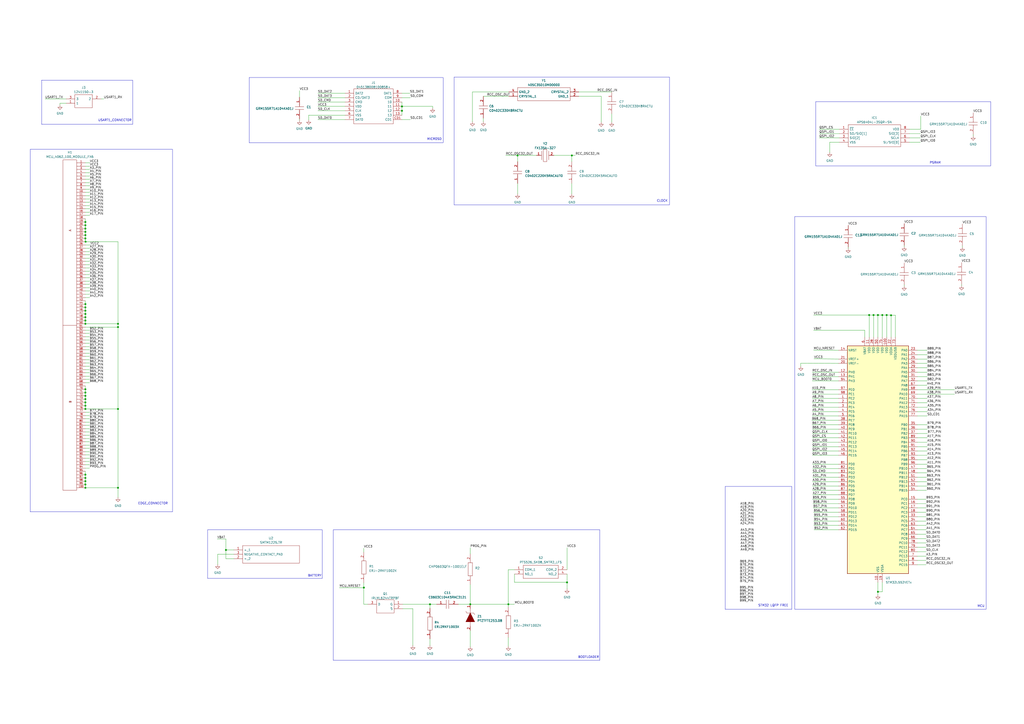
<source format=kicad_sch>
(kicad_sch (version 20230121) (generator eeschema)
  (paper "A2")
  (junction (at 331.724 90.17))
  (junction (at 233.172 64.262))
  (junction (at 511.81 182.753))
  (junction (at 49.53 134.493))
  (junction (at 49.53 128.778))
  (junction (at 249.428 350.52))
  (junction (at 516.89 182.88))
  (junction (at 68.453 282.956))
  (junction (at 49.53 184.023))
  (junction (at 300.228 90.17))
  (junction (at 211.074 340.868))
  (junction (at 49.53 176.403))
  (junction (at 49.53 178.308))
  (junction (at 509.27 182.753))
  (junction (at 49.53 185.928))
  (junction (at 514.35 182.753))
  (junction (at 49.53 281.051))
  (junction (at 131.064 319.024))
  (junction (at 49.53 227.711))
  (junction (at 49.53 279.146))
  (junction (at 49.53 187.833))
  (junction (at 49.53 182.118))
  (junction (at 68.453 237.236))
  (junction (at 506.73 182.753))
  (junction (at 49.53 237.236))
  (junction (at 328.93 337.82))
  (junction (at 294.894 350.52))
  (junction (at 49.53 231.521))
  (junction (at 49.53 277.241))
  (junction (at 49.53 235.331))
  (junction (at 504.19 182.753))
  (junction (at 49.53 275.336))
  (junction (at 49.53 132.588))
  (junction (at 49.53 180.213))
  (junction (at 272.796 350.52))
  (junction (at 49.53 229.616))
  (junction (at 49.53 136.398))
  (junction (at 49.657 140.208))
  (junction (at 49.53 130.683))
  (junction (at 509.27 343.281))
  (junction (at 68.453 187.833))
  (junction (at 68.453 189.738))
  (junction (at 49.53 282.956))
  (junction (at 49.53 138.303))
  (junction (at 49.53 233.426))
  (junction (at 233.172 61.722))
  (junction (at 49.53 225.806))
  (wire (pts (xy 49.53 187.833) (xy 68.453 187.833)))
  (wire (pts (xy 532.13 289.56) (xy 537.21 289.56)))
  (wire (pts (xy 49.53 199.136) (xy 51.943 199.136)))
  (wire (pts (xy 532.13 241.3) (xy 537.845 241.3)))
  (wire (pts (xy 49.53 258.191) (xy 51.943 258.191)))
  (wire (pts (xy 49.53 252.476) (xy 51.943 252.476)))
  (wire (pts (xy 294.894 369.824) (xy 294.894 374.904)))
  (wire (pts (xy 265.938 350.52) (xy 272.796 350.52)))
  (wire (pts (xy 49.53 164.973) (xy 52.07 164.973)))
  (wire (pts (xy 532.13 292.1) (xy 537.21 292.1)))
  (wire (pts (xy 49.53 178.308) (xy 49.53 180.213)))
  (wire (pts (xy 471.17 254) (xy 486.41 254)))
  (wire (pts (xy 68.453 237.236) (xy 68.453 282.956)))
  (wire (pts (xy 481.33 82.55) (xy 481.33 88.392)))
  (wire (pts (xy 49.53 206.756) (xy 51.943 206.756)))
  (wire (pts (xy 49.53 241.046) (xy 51.943 241.046)))
  (wire (pts (xy 532.13 304.8) (xy 537.337 304.8)))
  (wire (pts (xy 49.53 144.018) (xy 52.07 144.018)))
  (wire (pts (xy 532.13 302.26) (xy 537.21 302.26)))
  (wire (pts (xy 49.53 273.431) (xy 49.53 275.336)))
  (wire (pts (xy 49.53 260.096) (xy 51.943 260.096)))
  (wire (pts (xy 532.13 251.46) (xy 537.972 251.46)))
  (wire (pts (xy 49.53 163.068) (xy 52.07 163.068)))
  (wire (pts (xy 486.41 281.94) (xy 471.297 281.94)))
  (wire (pts (xy 211.074 350.52) (xy 213.36 350.52)))
  (wire (pts (xy 49.53 151.638) (xy 52.07 151.638)))
  (wire (pts (xy 253.238 350.52) (xy 249.428 350.52)))
  (wire (pts (xy 131.064 319.024) (xy 131.064 324.104)))
  (wire (pts (xy 49.53 105.918) (xy 52.07 105.918)))
  (wire (pts (xy 274.066 53.34) (xy 295.148 53.34)))
  (wire (pts (xy 49.53 149.733) (xy 52.07 149.733)))
  (wire (pts (xy 173.736 69.088) (xy 173.736 69.85)))
  (wire (pts (xy 532.13 294.64) (xy 537.21 294.64)))
  (wire (pts (xy 49.53 111.633) (xy 52.07 111.633)))
  (wire (pts (xy 532.13 281.94) (xy 537.591 281.94)))
  (wire (pts (xy 532.13 264.16) (xy 537.845 264.16)))
  (wire (pts (xy 506.73 182.753) (xy 509.27 182.753)))
  (wire (pts (xy 49.53 267.716) (xy 51.943 267.716)))
  (wire (pts (xy 179.07 66.802) (xy 179.07 69.596)))
  (wire (pts (xy 49.53 195.326) (xy 51.943 195.326)))
  (wire (pts (xy 49.53 197.231) (xy 51.943 197.231)))
  (wire (pts (xy 233.172 64.262) (xy 233.172 66.802)))
  (wire (pts (xy 532.13 223.52) (xy 537.718 223.52)))
  (wire (pts (xy 532.13 259.08) (xy 537.845 259.08)))
  (wire (pts (xy 514.35 182.753) (xy 511.81 182.753)))
  (wire (pts (xy 471.17 256.54) (xy 486.41 256.54)))
  (wire (pts (xy 471.17 259.08) (xy 486.41 259.08)))
  (wire (pts (xy 49.53 136.398) (xy 49.53 138.303)))
  (wire (pts (xy 524.51 142.367) (xy 524.51 143.129)))
  (wire (pts (xy 272.796 321.31) (xy 272.796 317.754)))
  (wire (pts (xy 532.13 218.44) (xy 537.845 218.44)))
  (wire (pts (xy 472.059 304.8) (xy 486.41 304.8)))
  (wire (pts (xy 49.53 233.426) (xy 49.53 235.331)))
  (wire (pts (xy 49.53 182.118) (xy 49.53 184.023)))
  (wire (pts (xy 52.07 96.393) (xy 49.53 96.393)))
  (wire (pts (xy 331.724 106.426) (xy 331.724 112.522)))
  (wire (pts (xy 49.53 218.186) (xy 51.943 218.186)))
  (wire (pts (xy 331.724 90.17) (xy 331.724 93.726)))
  (wire (pts (xy 49.53 132.588) (xy 49.53 134.493)))
  (wire (pts (xy 532.13 226.06) (xy 553.72 226.06)))
  (wire (pts (xy 527.558 80.01) (xy 533.908 80.01)))
  (wire (pts (xy 532.13 261.62) (xy 537.845 261.62)))
  (wire (pts (xy 532.13 309.88) (xy 537.21 309.88)))
  (wire (pts (xy 519.43 182.88) (xy 516.89 182.88)))
  (wire (pts (xy 471.17 215.9) (xy 486.41 215.9)))
  (wire (pts (xy 486.41 246.38) (xy 471.043 246.38)))
  (wire (pts (xy 49.53 227.711) (xy 49.53 229.616)))
  (wire (pts (xy 532.13 317.5) (xy 537.21 317.5)))
  (wire (pts (xy 335.788 53.34) (xy 354.838 53.34)))
  (wire (pts (xy 49.53 269.621) (xy 51.943 269.621)))
  (wire (pts (xy 532.13 284.48) (xy 537.464 284.48)))
  (wire (pts (xy 491.998 143.383) (xy 491.998 144.145)))
  (wire (pts (xy 49.53 174.498) (xy 49.53 176.403)))
  (wire (pts (xy 298.45 350.52) (xy 294.894 350.52)))
  (wire (pts (xy 200.152 59.182) (xy 184.404 59.182)))
  (wire (pts (xy 233.172 56.642) (xy 237.998 56.642)))
  (wire (pts (xy 293.37 90.17) (xy 300.228 90.17)))
  (wire (pts (xy 486.41 287.02) (xy 471.424 287.02)))
  (wire (pts (xy 348.742 55.88) (xy 335.788 55.88)))
  (wire (pts (xy 486.41 220.98) (xy 471.17 220.98)))
  (wire (pts (xy 486.41 289.56) (xy 471.297 289.56)))
  (wire (pts (xy 471.043 226.06) (xy 486.41 226.06)))
  (wire (pts (xy 532.13 208.28) (xy 537.845 208.28)))
  (wire (pts (xy 486.41 241.3) (xy 471.17 241.3)))
  (wire (pts (xy 486.41 271.78) (xy 471.424 271.78)))
  (wire (pts (xy 280.416 55.88) (xy 295.148 55.88)))
  (wire (pts (xy 504.19 182.753) (xy 506.73 182.753)))
  (wire (pts (xy 519.43 195.58) (xy 519.43 182.88)))
  (wire (pts (xy 49.53 168.783) (xy 52.197 168.783)))
  (wire (pts (xy 331.724 90.17) (xy 333.756 90.17)))
  (wire (pts (xy 49.53 155.448) (xy 52.07 155.448)))
  (wire (pts (xy 49.53 231.521) (xy 49.53 233.426)))
  (wire (pts (xy 532.13 213.36) (xy 537.845 213.36)))
  (wire (pts (xy 49.53 201.041) (xy 51.943 201.041)))
  (wire (pts (xy 532.13 274.32) (xy 537.591 274.32)))
  (wire (pts (xy 49.53 121.158) (xy 52.07 121.158)))
  (wire (pts (xy 49.53 208.661) (xy 51.943 208.661)))
  (wire (pts (xy 532.13 269.24) (xy 537.845 269.24)))
  (wire (pts (xy 516.89 195.58) (xy 516.89 182.88)))
  (wire (pts (xy 486.41 297.18) (xy 471.932 297.18)))
  (wire (pts (xy 294.894 350.52) (xy 294.894 352.044)))
  (wire (pts (xy 516.89 182.753) (xy 514.35 182.753)))
  (wire (pts (xy 135.636 324.104) (xy 131.064 324.104)))
  (wire (pts (xy 532.13 233.68) (xy 537.845 233.68)))
  (wire (pts (xy 49.53 191.516) (xy 51.943 191.516)))
  (wire (pts (xy 49.53 172.593) (xy 52.07 172.593)))
  (wire (pts (xy 49.53 229.616) (xy 49.53 231.521)))
  (wire (pts (xy 233.172 61.722) (xy 233.172 64.262)))
  (wire (pts (xy 249.428 350.52) (xy 249.428 352.806)))
  (wire (pts (xy 524.51 165.227) (xy 524.51 165.989)))
  (wire (pts (xy 233.172 54.102) (xy 237.744 54.102)))
  (wire (pts (xy 49.53 244.856) (xy 51.943 244.856)))
  (wire (pts (xy 321.31 90.17) (xy 331.724 90.17)))
  (wire (pts (xy 239.522 353.06) (xy 233.68 353.06)))
  (wire (pts (xy 68.453 140.208) (xy 68.453 187.833)))
  (wire (pts (xy 328.93 317.754) (xy 328.93 330.454)))
  (wire (pts (xy 196.85 340.868) (xy 211.074 340.868)))
  (wire (pts (xy 471.932 191.643) (xy 501.65 191.643)))
  (wire (pts (xy 49.53 263.906) (xy 51.943 263.906)))
  (wire (pts (xy 532.13 246.38) (xy 537.845 246.38)))
  (wire (pts (xy 49.53 202.946) (xy 51.943 202.946)))
  (wire (pts (xy 211.074 350.52) (xy 211.074 340.868)))
  (wire (pts (xy 464.566 210.693) (xy 464.566 212.471)))
  (wire (pts (xy 486.41 279.4) (xy 471.297 279.4)))
  (wire (pts (xy 49.53 153.543) (xy 52.07 153.543)))
  (wire (pts (xy 509.27 195.58) (xy 509.27 182.753)))
  (wire (pts (xy 328.93 332.994) (xy 328.93 337.82)))
  (wire (pts (xy 49.53 193.421) (xy 51.943 193.421)))
  (wire (pts (xy 131.064 312.674) (xy 131.064 319.024)))
  (wire (pts (xy 471.17 261.62) (xy 486.41 261.62)))
  (wire (pts (xy 532.13 248.92) (xy 537.845 248.92)))
  (wire (pts (xy 272.796 365.76) (xy 272.796 375.158)))
  (wire (pts (xy 471.297 274.32) (xy 486.41 274.32)))
  (wire (pts (xy 532.13 325.12) (xy 537.21 325.12)))
  (wire (pts (xy 49.53 157.353) (xy 52.07 157.353)))
  (wire (pts (xy 509.27 182.753) (xy 511.81 182.753)))
  (wire (pts (xy 354.838 66.04) (xy 354.838 70.866)))
  (wire (pts (xy 471.678 294.64) (xy 486.41 294.64)))
  (wire (pts (xy 532.13 327.66) (xy 537.21 327.66)))
  (wire (pts (xy 49.53 277.241) (xy 49.53 279.146)))
  (wire (pts (xy 200.152 66.802) (xy 179.07 66.802)))
  (wire (pts (xy 532.13 256.54) (xy 537.845 256.54)))
  (wire (pts (xy 233.172 69.342) (xy 237.998 69.342)))
  (wire (pts (xy 504.19 182.753) (xy 471.932 182.753)))
  (wire (pts (xy 49.53 237.236) (xy 49.53 237.363)))
  (wire (pts (xy 486.918 82.55) (xy 481.33 82.55)))
  (wire (pts (xy 298.45 330.454) (xy 294.894 330.454)))
  (wire (pts (xy 532.13 231.14) (xy 537.845 231.14)))
  (wire (pts (xy 486.918 77.47) (xy 475.234 77.47)))
  (wire (pts (xy 49.53 142.113) (xy 52.324 142.113)))
  (wire (pts (xy 471.424 276.86) (xy 486.41 276.86)))
  (wire (pts (xy 294.894 330.454) (xy 294.894 350.52)))
  (wire (pts (xy 272.796 350.52) (xy 294.894 350.52)))
  (wire (pts (xy 49.53 235.331) (xy 49.53 237.236)))
  (wire (pts (xy 184.404 61.722) (xy 200.152 61.722)))
  (wire (pts (xy 486.918 80.01) (xy 475.234 80.01)))
  (wire (pts (xy 49.53 246.761) (xy 51.943 246.761)))
  (wire (pts (xy 49.53 130.683) (xy 49.53 132.588)))
  (wire (pts (xy 49.53 275.336) (xy 49.53 277.241)))
  (wire (pts (xy 532.13 297.18) (xy 537.21 297.18)))
  (wire (pts (xy 200.152 56.642) (xy 184.404 56.642)))
  (wire (pts (xy 532.13 299.72) (xy 537.21 299.72)))
  (wire (pts (xy 49.53 279.146) (xy 49.53 281.051)))
  (wire (pts (xy 211.074 340.868) (xy 211.074 338.074)))
  (wire (pts (xy 527.558 82.55) (xy 533.908 82.55)))
  (wire (pts (xy 211.074 320.294) (xy 211.074 318.008)))
  (wire (pts (xy 471.17 236.22) (xy 486.41 236.22)))
  (wire (pts (xy 49.53 126.873) (xy 49.53 128.778)))
  (wire (pts (xy 49.53 184.023) (xy 49.53 185.928)))
  (wire (pts (xy 486.41 208.28) (xy 472.186 208.153)))
  (wire (pts (xy 532.13 205.74) (xy 537.845 205.74)))
  (wire (pts (xy 532.13 220.98) (xy 537.845 220.98)))
  (wire (pts (xy 34.798 59.944) (xy 34.798 60.96)))
  (wire (pts (xy 49.53 254.381) (xy 51.943 254.381)))
  (wire (pts (xy 49.53 109.728) (xy 52.07 109.728)))
  (wire (pts (xy 557.784 164.973) (xy 557.784 165.735)))
  (wire (pts (xy 200.152 54.102) (xy 184.404 54.102)))
  (wire (pts (xy 348.742 70.866) (xy 348.742 55.88)))
  (wire (pts (xy 68.453 288.544) (xy 68.453 282.956)))
  (wire (pts (xy 49.53 242.951) (xy 51.943 242.951)))
  (wire (pts (xy 501.65 191.643) (xy 501.65 195.58)))
  (wire (pts (xy 511.81 337.82) (xy 511.81 343.281)))
  (wire (pts (xy 532.13 254) (xy 537.845 254)))
  (wire (pts (xy 49.53 128.778) (xy 49.53 130.683)))
  (wire (pts (xy 471.17 238.76) (xy 486.41 238.76)))
  (wire (pts (xy 49.53 113.538) (xy 52.07 113.538)))
  (wire (pts (xy 486.41 292.1) (xy 471.551 292.1)))
  (wire (pts (xy 49.53 115.443) (xy 52.07 115.443)))
  (wire (pts (xy 250.952 62.738) (xy 250.952 61.722)))
  (wire (pts (xy 135.636 321.564) (xy 126.238 321.564)))
  (wire (pts (xy 49.53 117.348) (xy 52.07 117.348)))
  (wire (pts (xy 49.53 250.571) (xy 51.943 250.571)))
  (wire (pts (xy 49.403 237.363) (xy 49.53 237.363)))
  (wire (pts (xy 233.172 59.182) (xy 233.172 61.722)))
  (wire (pts (xy 49.53 159.258) (xy 52.07 159.258)))
  (wire (pts (xy 249.428 370.586) (xy 249.428 374.396)))
  (wire (pts (xy 532.13 236.22) (xy 537.972 236.22)))
  (wire (pts (xy 280.416 68.58) (xy 280.416 70.612)))
  (wire (pts (xy 68.453 189.738) (xy 68.453 237.236)))
  (wire (pts (xy 472.059 302.26) (xy 486.41 302.26)))
  (wire (pts (xy 486.41 218.44) (xy 471.17 218.44)))
  (wire (pts (xy 49.53 100.203) (xy 52.07 100.203)))
  (wire (pts (xy 49.53 282.956) (xy 68.453 282.956)))
  (wire (pts (xy 532.13 312.42) (xy 537.21 312.42)))
  (wire (pts (xy 49.53 265.811) (xy 51.943 265.811)))
  (wire (pts (xy 471.932 203.073) (xy 486.41 203.2)))
  (wire (pts (xy 58.674 57.404) (xy 60.198 57.404)))
  (wire (pts (xy 328.93 337.82) (xy 298.45 337.82)))
  (wire (pts (xy 300.228 106.426) (xy 300.228 112.522)))
  (wire (pts (xy 173.736 52.578) (xy 173.736 56.388)))
  (wire (pts (xy 49.53 140.208) (xy 49.657 140.208)))
  (wire (pts (xy 49.53 107.823) (xy 52.07 107.823)))
  (wire (pts (xy 49.53 189.738) (xy 68.453 189.738)))
  (wire (pts (xy 49.53 281.051) (xy 49.53 282.956)))
  (wire (pts (xy 511.81 195.58) (xy 511.81 182.753)))
  (wire (pts (xy 300.228 90.17) (xy 300.228 93.726)))
  (wire (pts (xy 471.17 251.46) (xy 486.41 251.46)))
  (wire (pts (xy 52.07 119.253) (xy 49.53 119.253)))
  (wire (pts (xy 509.27 337.82) (xy 509.27 343.281)))
  (wire (pts (xy 486.41 284.48) (xy 471.297 284.48)))
  (wire (pts (xy 49.53 138.303) (xy 49.53 140.081)))
  (wire (pts (xy 49.657 140.081) (xy 49.657 140.208)))
  (wire (pts (xy 49.53 256.286) (xy 51.943 256.286)))
  (wire (pts (xy 49.53 225.806) (xy 49.53 227.711)))
  (wire (pts (xy 532.13 307.34) (xy 537.337 307.34)))
  (wire (pts (xy 49.53 166.878) (xy 52.07 166.878)))
  (wire (pts (xy 509.27 343.281) (xy 509.27 345.059)))
  (wire (pts (xy 49.53 262.001) (xy 51.943 262.001)))
  (wire (pts (xy 486.41 248.92) (xy 471.17 248.92)))
  (wire (pts (xy 470.916 243.84) (xy 486.41 243.84)))
  (wire (pts (xy 471.17 231.14) (xy 486.41 231.14)))
  (wire (pts (xy 49.53 102.108) (xy 52.07 102.108)))
  (wire (pts (xy 471.17 233.68) (xy 486.41 233.68)))
  (wire (pts (xy 49.53 134.493) (xy 49.53 136.398)))
  (wire (pts (xy 233.68 350.52) (xy 249.428 350.52)))
  (wire (pts (xy 274.066 70.612) (xy 274.066 53.34)))
  (wire (pts (xy 532.13 322.58) (xy 537.21 322.58)))
  (wire (pts (xy 239.522 374.396) (xy 239.522 353.06)))
  (wire (pts (xy 486.41 210.82) (xy 464.566 210.693)))
  (wire (pts (xy 532.13 228.6) (xy 553.72 228.6)))
  (wire (pts (xy 532.13 276.86) (xy 537.464 276.86)))
  (wire (pts (xy 471.17 264.16) (xy 486.41 264.16)))
  (wire (pts (xy 558.292 142.621) (xy 558.292 143.383)))
  (wire (pts (xy 49.53 271.526) (xy 51.943 271.526)))
  (wire (pts (xy 26.162 57.404) (xy 38.354 57.404)))
  (wire (pts (xy 300.228 90.17) (xy 311.15 90.17)))
  (wire (pts (xy 49.53 214.376) (xy 51.943 214.376)))
  (wire (pts (xy 506.73 195.58) (xy 506.73 182.753)))
  (wire (pts (xy 49.53 185.928) (xy 49.53 187.833)))
  (wire (pts (xy 68.453 187.833) (xy 68.453 189.738)))
  (wire (pts (xy 126.238 321.564) (xy 126.238 327.406)))
  (wire (pts (xy 135.636 319.024) (xy 131.064 319.024)))
  (wire (pts (xy 514.35 195.58) (xy 514.35 182.753)))
  (wire (pts (xy 532.13 266.7) (xy 537.845 266.7)))
  (wire (pts (xy 49.53 216.281) (xy 51.943 216.281)))
  (wire (pts (xy 49.53 204.851) (xy 51.943 204.851)))
  (wire (pts (xy 534.162 67.31) (xy 534.162 74.93)))
  (wire (pts (xy 49.53 210.566) (xy 51.943 210.566)))
  (wire (pts (xy 471.17 228.6) (xy 486.41 228.6)))
  (wire (pts (xy 486.41 269.24) (xy 471.297 269.24)))
  (wire (pts (xy 49.53 104.013) (xy 52.07 104.013)))
  (wire (pts (xy 184.404 69.342) (xy 200.152 69.342)))
  (wire (pts (xy 49.53 176.403) (xy 49.53 178.308)))
  (wire (pts (xy 49.53 221.996) (xy 51.943 221.996)))
  (wire (pts (xy 49.53 223.901) (xy 49.53 225.806)))
  (wire (pts (xy 534.162 74.93) (xy 527.558 74.93)))
  (wire (pts (xy 184.404 64.262) (xy 200.152 64.262)))
  (wire (pts (xy 49.53 94.488) (xy 52.07 94.488)))
  (wire (pts (xy 49.657 140.208) (xy 68.453 140.208)))
  (wire (pts (xy 250.952 61.722) (xy 233.172 61.722)))
  (wire (pts (xy 49.53 220.091) (xy 51.943 220.091)))
  (wire (pts (xy 49.53 212.471) (xy 51.943 212.471)))
  (wire (pts (xy 38.354 59.944) (xy 34.798 59.944)))
  (wire (pts (xy 49.53 248.666) (xy 51.943 248.666)))
  (wire (pts (xy 49.53 124.968) (xy 52.07 124.968)))
  (wire (pts (xy 532.13 215.9) (xy 537.845 215.9)))
  (wire (pts (xy 49.53 147.828) (xy 52.07 147.828)))
  (wire (pts (xy 527.558 77.47) (xy 533.908 77.47)))
  (wire (pts (xy 532.13 203.2) (xy 537.845 203.2)))
  (wire (pts (xy 564.515 78.105) (xy 564.515 78.867)))
  (wire (pts (xy 486.41 299.72) (xy 472.059 299.72)))
  (wire (pts (xy 49.53 237.236) (xy 68.453 237.236)))
  (wire (pts (xy 298.45 337.82) (xy 298.45 332.994)))
  (wire (pts (xy 49.53 140.081) (xy 49.657 140.081)))
  (wire (pts (xy 52.07 98.298) (xy 49.53 98.298)))
  (wire (pts (xy 532.13 279.4) (xy 537.591 279.4)))
  (wire (pts (xy 272.796 339.09) (xy 272.796 350.52)))
  (wire (pts (xy 532.13 210.82) (xy 537.845 210.82)))
  (wire (pts (xy 49.53 170.688) (xy 52.07 170.688)))
  (wire (pts (xy 532.13 314.96) (xy 537.21 314.96)))
  (wire (pts (xy 49.53 180.213) (xy 49.53 182.118)))
  (wire (pts (xy 49.53 239.141) (xy 51.943 239.141)))
  (wire (pts (xy 532.13 238.76) (xy 537.972 238.76)))
  (wire (pts (xy 486.918 74.93) (xy 475.234 74.93)))
  (wire (pts (xy 49.53 161.163) (xy 52.07 161.163)))
  (wire (pts (xy 49.53 145.923) (xy 52.07 145.923)))
  (wire (pts (xy 532.13 271.78) (xy 537.591 271.78)))
  (wire (pts (xy 516.89 182.88) (xy 516.89 182.753)))
  (wire (pts (xy 125.984 312.674) (xy 131.064 312.674)))
  (wire (pts (xy 532.13 320.04) (xy 537.21 320.04)))
  (wire (pts (xy 486.41 307.34) (xy 472.186 307.34)))
  (wire (pts (xy 328.93 337.82) (xy 328.93 341.63)))
  (wire (pts (xy 511.81 343.281) (xy 509.27 343.281)))
  (wire (pts (xy 52.07 123.063) (xy 49.53 123.063)))
  (wire (pts (xy 504.19 195.58) (xy 504.19 182.753)))
  (rectangle (start 263.398 44.704) (end 388.366 118.872))
  (rectangle (start 461.01 125.603) (end 572.008 353.441))
  (rectangle (start 420.624 282.194) (end 459.359 353.441))
  (rectangle (start 17.526 86.614) (end 100.076 296.926))
  (rectangle (start 120.396 307.34) (end 186.944 335.534))
  (rectangle (start 193.294 307.34) (end 347.98 383.032))
  (rectangle (start 473.202 58.928) (end 574.675 96.266))
  (rectangle (start 24.13 46.482) (end 76.962 72.136))
  (rectangle (start 144.526 44.958) (end 257.048 82.804))
  (text "EDGE_CONNECTOR" (at 80.137 292.862 0) (effects (font (size 1.27 1.27)) (justify left bottom)))
  (text "USART1_CONNECTOR" (at 56.896 70.612 0) (effects (font (size 1.27 1.27)) (justify left bottom)))
  (text "BOOTLOADER" (at 335.28 382.016 0) (effects (font (size 1.27 1.27)) (justify left bottom)))
  (text "CLOCK\n" (at 381 117.348 0) (effects (font (size 1.27 1.27)) (justify left bottom)))
  (text "STM32 LQFP FREE" (at 439.801 352.044 0) (effects (font (size 1.27 1.27)) (justify left bottom)))
  (text "MCU" (at 566.928 352.425 0) (effects (font (size 1.27 1.27)) (justify left bottom)))
  (text "BATTERY" (at 178.562 334.772 0) (effects (font (size 1.27 1.27)) (justify left bottom)))
  (text "MICROSD" (at 247.65 81.534 0) (effects (font (size 1.27 1.27)) (justify left bottom)))
  (text "PSRAM" (at 539.242 95.25 0) (effects (font (size 1.27 1.27)) (justify left bottom)))
  (label "A31_PIN" (at 52.07 151.638 0))
  (label "A40_PIN" (at 537.718 223.52 0))
  (label "A23_PIN" (at 429.387 302.641 0))
  (label "USART1_TX" (at 553.72 226.06 0))
  (label "QSPI_IO0" (at 471.17 256.54 0))
  (label "A39_PIN" (at 537.845 226.06 0))
  (label "A5_PIN" (at 471.17 238.76 0))
  (label "SD_COM" (at 237.998 56.642 0))
  (label "VCC3" (at 52.07 96.393 0))
  (label "A7_PIN" (at 471.17 233.68 0))
  (label "B60_PIN" (at 51.943 206.756 0))
  (label "B63_PIN" (at 537.464 276.86 0))
  (label "B60_PIN" (at 537.464 284.48 0))
  (label "VBAT" (at 471.932 191.643 0))
  (label "VCC3" (at 491.998 130.683 0))
  (label "B81_PIN" (at 537.21 299.72 0))
  (label "QSPI_CS" (at 475.234 74.93 0))
  (label "A5_PIN" (at 52.07 102.108 0))
  (label "VCC3" (at 52.07 94.488 0))
  (label "SD_CD1" (at 537.845 241.3 0))
  (label "B59_PIN" (at 471.297 289.56 0))
  (label "VCC3" (at 173.736 52.578 0))
  (label "B82_PIN" (at 537.845 220.98 0))
  (label "B82_PIN" (at 51.943 248.666 0))
  (label "B67_PIN" (at 471.043 246.38 0))
  (label "VCC3" (at 558.292 129.921 0))
  (label "A10_PIN" (at 471.043 226.06 0))
  (label "A29_PIN" (at 471.297 281.94 0))
  (label "QSPI_IO3" (at 533.908 77.47 0))
  (label "A18_PIN" (at 429.387 293.116 0))
  (label "A41_PIN" (at 537.337 307.34 0))
  (label "A12_PIN" (at 537.845 266.7 0))
  (label "B68_PIN" (at 470.916 243.84 0))
  (label "PROG_PIN" (at 272.796 317.754 0))
  (label "B74_PIN" (at 429.133 336.169 0))
  (label "B86_PIN" (at 51.943 256.286 0))
  (label "B61_PIN" (at 537.591 281.94 0))
  (label "B97_PIN" (at 429.006 345.567 0))
  (label "A46_PIN" (at 429.514 314.071 0))
  (label "VCC2" (at 52.324 142.113 0))
  (label "A10_PIN" (at 52.07 111.633 0))
  (label "B77_PIN" (at 51.943 239.141 0))
  (label "B55_PIN" (at 51.943 197.231 0))
  (label "MCU_NRESET" (at 471.932 203.073 0))
  (label "VCC3" (at 557.784 152.273 0))
  (label "SD_DAT1" (at 237.744 54.102 0))
  (label "B53_PIN" (at 472.059 304.8 0))
  (label "B89_PIN" (at 537.845 203.2 0))
  (label "A30_PIN" (at 471.297 279.4 0))
  (label "QSPI_IO3" (at 471.17 264.16 0))
  (label "B96_PIN" (at 429.006 343.662 0))
  (label "A12_PIN" (at 52.07 115.443 0))
  (label "A34_PIN" (at 52.07 157.353 0))
  (label "A8_PIN" (at 471.17 231.14 0))
  (label "B87_PIN" (at 51.943 258.191 0))
  (label "A32_PIN" (at 471.424 271.78 0))
  (label "A30_PIN" (at 52.07 149.733 0))
  (label "A27_PIN" (at 471.424 287.02 0))
  (label "B63_PIN" (at 51.943 212.471 0))
  (label "B71_PIN" (at 429.133 330.454 0))
  (label "A49_PIN" (at 429.514 319.786 0))
  (label "B91_PIN" (at 51.943 265.811 0))
  (label "RCC_OSC32_OUT" (at 537.21 327.66 0))
  (label "B72_PIN" (at 429.133 332.359 0))
  (label "QSPI_IO2" (at 471.17 261.62 0))
  (label "PROG_PIN" (at 51.943 271.526 0))
  (label "B64_PIN" (at 537.591 274.32 0))
  (label "VCC3" (at 211.074 318.008 0))
  (label "A33_PIN" (at 471.297 269.24 0))
  (label "B77_PIN" (at 537.972 251.46 0))
  (label "A4_PIN" (at 471.17 241.3 0))
  (label "A11_PIN" (at 52.07 113.538 0))
  (label "A4_PIN" (at 52.07 100.203 0))
  (label "A14_PIN" (at 52.07 119.253 0))
  (label "A45_PIN" (at 429.514 312.166 0))
  (label "SD_DAT3" (at 184.404 56.642 0))
  (label "SD_DAT2" (at 184.404 54.102 0))
  (label "A42_PIN" (at 52.07 172.593 0))
  (label "A21_PIN" (at 429.387 298.831 0))
  (label "A7_PIN" (at 52.07 105.918 0))
  (label "A20_PIN" (at 429.387 296.926 0))
  (label "B56_PIN" (at 51.943 199.136 0))
  (label "QSPI_CS" (at 471.17 254 0))
  (label "B92_PIN" (at 51.943 267.716 0))
  (label "A14_PIN" (at 537.845 261.62 0))
  (label "QSPI_IO0" (at 533.908 82.55 0))
  (label "VCC3" (at 534.162 67.31 0))
  (label "B88_PIN" (at 537.845 205.74 0))
  (label "A35_PIN" (at 52.07 159.258 0))
  (label "A29_PIN" (at 52.07 147.828 0))
  (label "B57_PIN" (at 471.678 294.64 0))
  (label "B65_PIN" (at 51.943 216.281 0))
  (label "B58_PIN" (at 471.551 292.1 0))
  (label "B85_PIN" (at 537.845 213.36 0))
  (label "A13_PIN" (at 537.845 264.16 0))
  (label "B93_PIN" (at 537.21 289.56 0))
  (label "A35_PIN" (at 537.972 236.22 0))
  (label "B64_PIN" (at 51.943 214.376 0))
  (label "A48_PIN" (at 429.514 317.881 0))
  (label "B98_PIN" (at 429.006 347.472 0))
  (label "A33_PIN" (at 52.07 155.448 0))
  (label "B83_PIN" (at 51.943 250.571 0))
  (label "B92_PIN" (at 537.21 292.1 0))
  (label "B66_PIN" (at 51.943 218.186 0))
  (label "A22_PIN" (at 429.387 300.736 0))
  (label "SD_CD1" (at 237.998 69.342 0))
  (label "B56_PIN" (at 471.932 297.18 0))
  (label "B62_PIN" (at 537.591 279.4 0))
  (label "A6_PIN" (at 52.07 104.013 0))
  (label "B83_PIN" (at 537.845 218.44 0))
  (label "RCC_OSC32_IN" (at 537.21 325.12 0))
  (label "A36_PIN" (at 537.845 233.68 0))
  (label "B78_PIN" (at 51.943 241.046 0))
  (label "B59_PIN" (at 51.943 204.851 0))
  (label "B87_PIN" (at 537.845 208.28 0))
  (label "B54_PIN" (at 472.059 302.26 0))
  (label "B55_PIN" (at 472.059 299.72 0))
  (label "B75_PIN" (at 429.133 338.074 0))
  (label "B80_PIN" (at 51.943 244.856 0))
  (label "SD_DAT1" (at 537.21 312.42 0))
  (label "SD_DAT0" (at 537.21 309.88 0))
  (label "B84_PIN" (at 51.943 252.476 0))
  (label "B61_PIN" (at 51.943 208.661 0))
  (label "SD_DAT3" (at 537.21 317.5 0))
  (label "A34_PIN" (at 537.972 238.76 0))
  (label "RCC_OSC_OUT" (at 282.448 55.88 0))
  (label "A38_PIN" (at 52.07 164.973 0))
  (label "SD_CMD" (at 471.297 274.32 0))
  (label "A42_PIN" (at 537.337 304.8 0))
  (label "A17_PIN" (at 52.07 124.968 0))
  (label "A9_PIN" (at 52.07 109.728 0))
  (label "A16_PIN" (at 52.07 123.063 0))
  (label "QSPI_IO2" (at 475.234 80.01 0))
  (label "B58_PIN" (at 51.943 202.946 0))
  (label "RCC_OSC32_IN" (at 333.756 90.17 0))
  (label "A38_PIN" (at 537.845 228.6 0))
  (label "RCC_OSC_IN" (at 346.456 53.34 0))
  (label "B90_PIN" (at 537.21 297.18 0))
  (label "B69_PIN" (at 429.133 326.644 0))
  (label "A16_PIN" (at 537.845 256.54 0))
  (label "B79_PIN" (at 537.845 246.38 0))
  (label "A17_PIN" (at 537.845 254 0))
  (label "SD_CMD" (at 184.404 59.182 0))
  (label "A39_PIN" (at 52.07 166.878 0))
  (label "QSPI_IO1" (at 475.234 77.47 0))
  (label "A32_PIN" (at 52.07 153.543 0))
  (label "MCU_NRESET" (at 196.85 340.868 0))
  (label "A41_PIN" (at 52.07 170.688 0))
  (label "B66_PIN" (at 471.17 248.92 0))
  (label "B78_PIN" (at 537.845 248.92 0))
  (label "B62_PIN" (at 51.943 210.566 0))
  (label "A31_PIN" (at 471.424 276.86 0))
  (label "A37_PIN" (at 537.845 231.14 0))
  (label "B65_PIN" (at 537.591 271.78 0))
  (label "B67_PIN" (at 51.943 220.091 0))
  (label "A9_PIN" (at 471.17 228.6 0))
  (label "B95_PIN" (at 429.006 341.757 0))
  (label "A15_PIN" (at 537.845 259.08 0))
  (label "MCU_BOOT0" (at 298.45 350.52 0))
  (label "VCC3" (at 184.404 61.722 0))
  (label "B79_PIN" (at 51.943 242.951 0))
  (label "A19_PIN" (at 429.387 295.021 0))
  (label "SD_DAT0" (at 184.404 69.342 0))
  (label "A24_PIN" (at 429.387 304.546 0))
  (label "A8_PIN" (at 52.07 107.823 0))
  (label "A37_PIN" (at 52.07 163.068 0))
  (label "A13_PIN" (at 52.07 117.348 0))
  (label "B68_PIN" (at 51.943 221.996 0))
  (label "USART1_TX" (at 26.162 57.404 0))
  (label "B90_PIN" (at 51.943 263.906 0))
  (label "MCU_BOOT0" (at 471.17 220.98 0))
  (label "A11_PIN" (at 537.845 269.24 0))
  (label "SD_DAT2" (at 537.21 314.96 0))
  (label "A40_PIN" (at 52.07 168.783 0))
  (label "B88_PIN" (at 51.943 260.096 0))
  (label "B80_PIN" (at 537.21 302.26 0))
  (label "A6_PIN" (at 471.17 236.22 0))
  (label "B57_PIN" (at 51.943 201.041 0))
  (label "USART1_RX" (at 60.198 57.404 0))
  (label "VCC3" (at 524.51 152.527 0))
  (label "B52_PIN" (at 472.186 307.34 0))
  (label "RCC_OSC_OUT" (at 471.17 218.44 0))
  (label "QSPI_IO1" (at 471.17 259.08 0))
  (label "B73_PIN" (at 429.133 334.264 0))
  (label "SD_CLK" (at 184.404 64.262 0))
  (label "B85_PIN" (at 51.943 254.381 0))
  (label "VCC3" (at 471.932 182.753 0))
  (label "B91_PIN" (at 537.21 294.64 0))
  (label "VCC3" (at 564.515 65.405 0))
  (label "A3_PIN" (at 537.21 322.58 0))
  (label "A47_PIN" (at 429.514 315.976 0))
  (label "B89_PIN" (at 51.943 262.001 0))
  (label "A36_PIN" (at 52.07 161.163 0))
  (label "B53_PIN" (at 51.943 193.421 0))
  (label "A43_PIN" (at 429.514 308.356 0))
  (label "B81_PIN" (at 51.943 246.761 0))
  (label "SD_CLK" (at 537.21 320.04 0))
  (label "B99_PIN" (at 429.006 349.377 0))
  (label "B86_PIN" (at 537.845 210.82 0))
  (label "B70_PIN" (at 429.133 328.549 0))
  (label "USART1_RX" (at 553.72 228.6 0))
  (label "VCC3" (at 472.186 208.153 0))
  (label "A27_PIN" (at 52.07 144.018 0))
  (label "RCC_OSC32_OUT" (at 293.37 90.17 0))
  (label "B52_PIN" (at 51.943 191.516 0))
  (label "A28_PIN" (at 52.07 145.923 0))
  (label "A44_PIN" (at 429.514 310.261 0))
  (label "A3_PIN" (at 52.07 98.298 0))
  (label "A28_PIN" (at 471.297 284.48 0))
  (label "VBAT" (at 125.984 312.674 0))
  (label "B54_PIN" (at 51.943 195.326 0))
  (label "QSPI_CLK" (at 471.17 251.46 0))
  (label "RCC_OSC_IN" (at 471.17 215.9 0))
  (label "VCC3" (at 328.93 317.754 0))
  (label "VCC3" (at 524.51 129.667 0))
  (label "A15_PIN" (at 52.07 121.158 0))
  (label "QSPI_CLK" (at 533.908 80.01 0))
  (label "B84_PIN" (at 537.845 215.9 0))
  (label "B93_PIN" (at 51.943 269.621 0))
  (symbol (lib_id "power:GND") (at 557.784 165.735 0) (unit 1)
    (property "Reference" "#PWR09" (effects hide))
    (property "Value" "GND" (at 557.784 170.561 0))
  )
  (symbol (lib_id "power:GND") (at 250.952 62.738 0) (unit 1)
    (property "Reference" "#PWR05" (effects hide))
    (property "Value" "GND" (at 250.952 67.564 0))
  )
  (symbol (lib_id "SamacSys_Parts:C0402C330K8RACTU") (at 354.838 53.34 270) (unit 1)
    (property "Reference" "C7" (at 359.156 59.055 90) (effects (justify left)))
    (property "Value" "C0402C330K8RACTU" (at 359.156 61.595 90) (effects (justify left)))
    (property "Footprint" "CAPC1005X55N" (effects hide))
    (property "Datasheet" "https://content.kemet.com/datasheets/KEM_C1002_X7R_SMD.pdf" (effects hide))
    (property "Description" "SMD Comm X7R, Ceramic, 33 pF, 10%, 10 VDC, 25 VDC, 125C, -55C, X7R, SMD, MLCC, Temperature Stable, Class II, 5 % , 100 GOhms, 1.21 mg, 0402, 1mm, 0.5mm, 0.5mm, 0.3mm, 0.3mm, 10000, 78  Weeks, 80" (effects hide))
    (property "Height" "0.55" (effects hide))
    (property "Manufacturer_Name" "KEMET" (effects hide))
    (property "Manufacturer_Part_Number" "C0402C330K8RACTU" (effects hide))
    (property "Mouser Part Number" "80-C0402C330K8RACTU" (effects hide))
    (property "Mouser Price/Stock" "https://www.mouser.co.uk/ProductDetail/KEMET/C0402C330K8RACTU?qs=rrS6PyfT74cWTyzue%252ByqLA%3D%3D" (effects hide))
  )
  (symbol (lib_id "SamacSys_Parts:GRM155R71A104KA01J") (at 173.736 56.388 270) (unit 1)
    (property "Reference" "C1" (at 177.8 62.103 90) (effects (justify left)))
    (property "Value" "GRM155R71A104KA01J" (at 148.336 62.992 90) (effects (justify left)))
    (property "Footprint" "CAPC1005X55N" (effects hide))
    (property "Datasheet" "http://www.murata.com/~/media/webrenewal/support/library/catalog/products/capacitor/mlcc/c02e.pdf" (effects hide))
    (property "Description" "Capacitor MLCC GRM 0402 100nF 10V X7R Murata 0402 GRM 100nF Ceramic Multilayer Capacitor, 10 V dc, +125C, X7R Dielectric, +/-10% SMD" (effects hide))
    (property "Height" "0.55" (effects hide))
    (property "Manufacturer_Name" "Murata Electronics" (effects hide))
    (property "Manufacturer_Part_Number" "GRM155R71A104KA01J" (effects hide))
    (property "Mouser Part Number" "81-GRM155R71A104KA1J" (effects hide))
    (property "Mouser Price/Stock" "https://www.mouser.co.uk/ProductDetail/Murata-Electronics/GRM155R71A104KA01J?qs=9U7yHM2lsjQpBoriOS9Iag%3D%3D" (effects hide))
    (property "Arrow Part Number" "GRM155R71A104KA01J" (effects hide))
    (property "Arrow Price/Stock" "https://www.arrow.com/en/products/grm155r71a104ka01j/murata-manufacturing?region=nac" (effects hide))
  )
  (symbol (lib_id "SamacSys_Parts:ERJ2RKF1003X") (at 249.428 370.586 90) (unit 1)
    (property "Reference" "R4" (at 251.968 361.061 90) (effects (justify right)))
    (property "Value" "ERJ2RKF1003X" (at 251.968 363.601 90) (effects (justify right)))
    (property "Footprint" "ERJ2RKD1004X" (effects hide))
    (property "Datasheet" "http://docs-europe.electrocomponents.com/webdocs/13ba/0900766b813ba21b.pdf" (effects hide))
    (property "Description" "Panasonic ERJ2RK Series Thick Film Surface Mount Fixed Resistor 0402 Case +/-1% 0.1W +/-100ppm/C" (effects hide))
    (property "Height" "0.4" (effects hide))
    (property "Manufacturer_Name" "Panasonic" (effects hide))
    (property "Manufacturer_Part_Number" "ERJ2RKF1003X" (effects hide))
  )
  (symbol (lib_id "power:GND") (at 239.522 374.396 0) (unit 1)
    (property "Reference" "#PWR017" (effects hide))
    (property "Value" "GND" (at 239.522 379.222 0))
  )
  (symbol (lib_id "SamacSys_Parts:GRM155R71A104KA01J") (at 564.515 65.405 270) (unit 1)
    (property "Reference" "C10" (at 568.579 71.12 90) (effects (justify left)))
    (property "Value" "GRM155R71A104KA01J" (at 539.115 72.009 90) (effects (justify left)))
    (property "Footprint" "CAPC1005X55N" (effects hide))
    (property "Datasheet" "http://www.murata.com/~/media/webrenewal/support/library/catalog/products/capacitor/mlcc/c02e.pdf" (effects hide))
    (property "Description" "Capacitor MLCC GRM 0402 100nF 10V X7R Murata 0402 GRM 100nF Ceramic Multilayer Capacitor, 10 V dc, +125C, X7R Dielectric, +/-10% SMD" (effects hide))
    (property "Height" "0.55" (effects hide))
    (property "Manufacturer_Name" "Murata Electronics" (effects hide))
    (property "Manufacturer_Part_Number" "GRM155R71A104KA01J" (effects hide))
    (property "Mouser Part Number" "81-GRM155R71A104KA1J" (effects hide))
    (property "Mouser Price/Stock" "https://www.mouser.co.uk/ProductDetail/Murata-Electronics/GRM155R71A104KA01J?qs=9U7yHM2lsjQpBoriOS9Iag%3D%3D" (effects hide))
    (property "Arrow Part Number" "GRM155R71A104KA01J" (effects hide))
    (property "Arrow Price/Stock" "https://www.arrow.com/en/products/grm155r71a104ka01j/murata-manufacturing?region=nac" (effects hide))
  )
  (symbol (lib_id "SamacSys_Parts:GRM155R71A104KA01J") (at 491.998 130.683 270) (unit 1)
    (property "Reference" "C12" (at 496.062 136.398 90) (effects (justify left)))
    (property "Value" "GRM155R71A104KA01J" (at 466.598 137.287 90) (effects (justify left)))
    (property "Footprint" "CAPC1005X55N" (effects hide))
    (property "Datasheet" "http://www.murata.com/~/media/webrenewal/support/library/catalog/products/capacitor/mlcc/c02e.pdf" (effects hide))
    (property "Description" "Capacitor MLCC GRM 0402 100nF 10V X7R Murata 0402 GRM 100nF Ceramic Multilayer Capacitor, 10 V dc, +125C, X7R Dielectric, +/-10% SMD" (effects hide))
    (property "Height" "0.55" (effects hide))
    (property "Manufacturer_Name" "Murata Electronics" (effects hide))
    (property "Manufacturer_Part_Number" "GRM155R71A104KA01J" (effects hide))
    (property "Mouser Part Number" "81-GRM155R71A104KA1J" (effects hide))
    (property "Mouser Price/Stock" "https://www.mouser.co.uk/ProductDetail/Murata-Electronics/GRM155R71A104KA01J?qs=9U7yHM2lsjQpBoriOS9Iag%3D%3D" (effects hide))
    (property "Arrow Part Number" "GRM155R71A104KA01J" (effects hide))
    (property "Arrow Price/Stock" "https://www.arrow.com/en/products/grm155r71a104ka01j/murata-manufacturing?region=nac" (effects hide))
  )
  (symbol (lib_id "SamacSys_Parts:PTZTFTE253.0B") (at 272.796 350.52 270) (unit 1)
    (property "Reference" "Z1" (at 276.86 357.505 90) (effects (justify left)))
    (property "Value" "PTZTFTE253.0B" (at 276.86 360.045 90) (effects (justify left)))
    (property "Footprint" "PTZTFTE2530B" (effects hide))
    (property "Datasheet" "https://fscdn.rohm.com/en/products/databook/datasheet/discrete/diode/zener/ptztfte253.0b-e.pdf" (effects hide))
    (property "Description" "1W 3V, DO-214AC, High Power Zener Diode for Automotive" (effects hide))
    (property "Height" "2.2" (effects hide))
    (property "Manufacturer_Name" "ROHM Semiconductor" (effects hide))
    (property "Manufacturer_Part_Number" "PTZTFTE253.0B" (effects hide))
    (property "Mouser Part Number" "755-PTZTFTE253.0B" (effects hide))
    (property "Mouser Price/Stock" "https://www.mouser.co.uk/ProductDetail/ROHM-Semiconductor/PTZTFTE253.0B?qs=4v%252BiZTmLVHGYWtsTVDT9cg%3D%3D" (effects hide))
  )
  (symbol (lib_id "SamacSys_Parts:1241150-3") (at 38.354 57.404 0) (unit 1)
    (property "Reference" "J3" (at 48.514 50.8 0))
    (property "Value" "1241150-3" (at 48.514 53.34 0))
    (property "Footprint" "12411503" (effects hide))
    (property "Datasheet" "https://www.te.com/commerce/DocumentDelivery/DDEController?Action=srchrtrv&DocNm=1241150&DocType=Customer+Drawing&DocLang=English&DocFormat=pdf&PartCntxt=1241150-3" (effects hide))
    (property "Description" "MODU SMT header single row,3W" (effects hide))
    (property "Height" "9.9" (effects hide))
    (property "Manufacturer_Name" "TE Connectivity" (effects hide))
    (property "Manufacturer_Part_Number" "1241150-3" (effects hide))
    (property "Mouser Part Number" "571-1241150-3" (effects hide))
    (property "Mouser Price/Stock" "https://www.mouser.co.uk/ProductDetail/TE-Connectivity/1241150-3?qs=PgOn5IixZh5hdCubgU4nuQ%3D%3D" (effects hide))
    (property "Arrow Part Number" "1241150-3" (effects hide))
    (property "Arrow Price/Stock" "https://www.arrow.com/en/products/1241150-3/te-connectivity?region=europe" (effects hide))
  )
  (symbol (lib_id "SamacSys_Parts:C0402C220K5RACAUTO") (at 331.724 106.426 90) (unit 1)
    (property "Reference" "C9" (at 336.042 99.441 90) (effects (justify right)))
    (property "Value" "C0402C220K5RACAUTO" (at 336.042 101.981 90) (effects (justify right)))
    (property "Footprint" "C0402" (effects hide))
    (property "Datasheet" "https://content.kemet.com/datasheets/KEM_C1023_X7R_AUTO_SMD.pdf" (effects hide))
    (property "Description" "SMD Auto X7R, Ceramic, 22 pF, 10%, 50 VDC, 125 VDC, 125C, -55C, X7R, SMD, MLCC, Temperature Stable, Automotive Grade, 2.5 % , 100 GOhms, 1.21 mg, 0402, 1mm, 0.5mm, 0.5mm, 0.3mm, 0.3mm, 10000, 78  Weeks, 80" (effects hide))
    (property "Height" "0.55" (effects hide))
    (property "Manufacturer_Name" "KEMET" (effects hide))
    (property "Manufacturer_Part_Number" "C0402C220K5RACAUTO" (effects hide))
    (property "Mouser Part Number" "80-C0402C220K5RAUTO" (effects hide))
    (property "Mouser Price/Stock" "https://www.mouser.co.uk/ProductDetail/KEMET/C0402C220K5RACAUTO?qs=u4fy%2FsgLU9MRSQII3G6PdQ%3D%3D" (effects hide))
    (property "Arrow Part Number" "C0402C220K5RACAUTO" (effects hide))
    (property "Arrow Price/Stock" "https://www.arrow.com/en/products/c0402c220k5racauto/kemet-corporation?region=nac" (effects hide))
  )
  (symbol (lib_id "SamacSys_Parts:CHP0603QFX-1001ELF") (at 272.796 339.09 90) (unit 1)
    (property "Reference" "R2" (at 275.59 329.565 90) (effects (justify right)))
    (property "Value" "CHP0603QFX-1001ELF" (at 248.666 328.676 90) (effects (justify right)))
    (property "Footprint" "RESC1608X55N" (effects hide))
    (property "Datasheet" "http://www.bourns.com/docs/Product-Datasheets/CHP-Q.pdf" (effects hide))
    (property "Description" "ResHigh PowerQ 0603 1k 1% 1/3W TC100" (effects hide))
    (property "Height" "0.55" (effects hide))
    (property "Manufacturer_Name" "Bourns" (effects hide))
    (property "Manufacturer_Part_Number" "CHP0603QFX-1001ELF" (effects hide))
    (property "Mouser Part Number" "652-CHP0603QFX-1001E" (effects hide))
    (property "Mouser Price/Stock" "https://www.mouser.co.uk/ProductDetail/Bourns/CHP0603QFX-1001ELF?qs=8Wlm6%252BaMh8TVmVuLViesjw%3D%3D" (effects hide))
    (property "Arrow Part Number" "CHP0603QFX-1001ELF" (effects hide))
    (property "Arrow Price/Stock" "https://www.arrow.com/en/products/chp0603qfx-1001elf/bourns?region=nac" (effects hide))
  )
  (symbol (lib_id "SamacSys_Parts:FX135A-327") (at 311.15 90.17 0) (unit 1)
    (property "Reference" "Y2" (at 316.23 83.312 0))
    (property "Value" "FX135A-327" (at 316.23 85.852 0))
    (property "Footprint" "FX135A327" (effects hide))
    (property "Datasheet" "https://componentsearchengine.com/Datasheets/2/FX135A-327.pdf" (effects hide))
    (property "Description" "CRYSTAL, 32.768KHZ, 12.5PF, SMD" (effects hide))
    (property "Height" "0.9" (effects hide))
    (property "Manufacturer_Name" "Fox" (effects hide))
    (property "Manufacturer_Part_Number" "FX135A-327" (effects hide))
  )
  (symbol (lib_id "power:GND") (at 34.798 60.96 0) (unit 1)
    (property "Reference" "#PWR023" (effects hide))
    (property "Value" "GND" (at 34.798 65.786 0))
  )
  (symbol (lib_id "power:GND") (at 328.93 341.63 0) (unit 1)
    (property "Reference" "#PWR022" (effects hide))
    (property "Value" "GND" (at 328.93 346.456 0))
  )
  (symbol (lib_id "SamacSys_Parts:PTS526_SK08_SMTR2_LFS") (at 298.45 330.454 0) (unit 1)
    (property "Reference" "S2" (at 313.69 323.596 0))
    (property "Value" "PTS526_SK08_SMTR2_LFS" (at 313.69 326.136 0))
    (property "Footprint" "PTS526SKG15SMTR2LFS" (effects hide))
    (property "Datasheet" "https://www.ckswitches.com/media/2780/pts526.pdf" (effects hide))
    (property "Description" "Tactile Switches 50mA 12VDC, 5.2x5.2mm, 0.8mm H, 260gf, G leads, No ground pin, no actuator" (effects hide))
    (property "Height" "1.6" (effects hide))
    (property "Manufacturer_Name" "C & K COMPONENTS" (effects hide))
    (property "Manufacturer_Part_Number" "PTS526 SK08 SMTR2 LFS" (effects hide))
    (property "Mouser Part Number" "611-PTS526SK08SMTR2L" (effects hide))
    (property "Mouser Price/Stock" "https://www.mouser.co.uk/ProductDetail/CK/PTS526-SK08-SMTR2-LFS?qs=UXgszm6BlbECw%2FyKtIWLXA%3D%3D" (effects hide))
    (property "Arrow Part Number" "PTS526 SK08 SMTR2 LFS" (effects hide))
    (property "Arrow Price/Stock" "https://www.arrow.com/en/products/pts526-sk08-smtr2-lfs/ck?region=nac" (effects hide))
  )
  (symbol (lib_id "power:GND") (at 280.416 70.612 0) (unit 1)
    (property "Reference" "#PWR013" (effects hide))
    (property "Value" "GND" (at 280.416 75.438 0))
  )
  (symbol (lib_id "SamacSys_Parts:C0402C220K5RACAUTO") (at 300.228 106.426 90) (unit 1)
    (property "Reference" "C8" (at 304.546 99.441 90) (effects (justify right)))
    (property "Value" "C0402C220K5RACAUTO" (at 304.546 101.981 90) (effects (justify right)))
    (property "Footprint" "C0402" (effects hide))
    (property "Datasheet" "https://content.kemet.com/datasheets/KEM_C1023_X7R_AUTO_SMD.pdf" (effects hide))
    (property "Description" "SMD Auto X7R, Ceramic, 22 pF, 10%, 50 VDC, 125 VDC, 125C, -55C, X7R, SMD, MLCC, Temperature Stable, Automotive Grade, 2.5 % , 100 GOhms, 1.21 mg, 0402, 1mm, 0.5mm, 0.5mm, 0.3mm, 0.3mm, 10000, 78  Weeks, 80" (effects hide))
    (property "Height" "0.55" (effects hide))
    (property "Manufacturer_Name" "KEMET" (effects hide))
    (property "Manufacturer_Part_Number" "C0402C220K5RACAUTO" (effects hide))
    (property "Mouser Part Number" "80-C0402C220K5RAUTO" (effects hide))
    (property "Mouser Price/Stock" "https://www.mouser.co.uk/ProductDetail/KEMET/C0402C220K5RACAUTO?qs=u4fy%2FsgLU9MRSQII3G6PdQ%3D%3D" (effects hide))
    (property "Arrow Part Number" "C0402C220K5RACAUTO" (effects hide))
    (property "Arrow Price/Stock" "https://www.arrow.com/en/products/c0402c220k5racauto/kemet-corporation?region=nac" (effects hide))
  )
  (symbol (lib_id "SamacSys_Parts:GRM155R71A104KA01J") (at 557.784 152.273 270) (unit 1)
    (property "Reference" "C4" (at 561.848 157.988 90) (effects (justify left)))
    (property "Value" "GRM155R71A104KA01J" (at 532.384 158.877 90) (effects (justify left)))
    (property "Footprint" "CAPC1005X55N" (effects hide))
    (property "Datasheet" "http://www.murata.com/~/media/webrenewal/support/library/catalog/products/capacitor/mlcc/c02e.pdf" (effects hide))
    (property "Description" "Capacitor MLCC GRM 0402 100nF 10V X7R Murata 0402 GRM 100nF Ceramic Multilayer Capacitor, 10 V dc, +125C, X7R Dielectric, +/-10% SMD" (effects hide))
    (property "Height" "0.55" (effects hide))
    (property "Manufacturer_Name" "Murata Electronics" (effects hide))
    (property "Manufacturer_Part_Number" "GRM155R71A104KA01J" (effects hide))
    (property "Mouser Part Number" "81-GRM155R71A104KA1J" (effects hide))
    (property "Mouser Price/Stock" "https://www.mouser.co.uk/ProductDetail/Murata-Electronics/GRM155R71A104KA01J?qs=9U7yHM2lsjQpBoriOS9Iag%3D%3D" (effects hide))
    (property "Arrow Part Number" "GRM155R71A104KA01J" (effects hide))
    (property "Arrow Price/Stock" "https://www.arrow.com/en/products/grm155r71a104ka01j/murata-manufacturing?region=nac" (effects hide))
  )
  (symbol (lib_id "SamacSys_Parts:APS6404L-3SQR-SN") (at 486.918 74.93 0) (unit 1)
    (property "Reference" "IC1" (at 507.238 68.326 0))
    (property "Value" "APS6404L-3SQR-SN" (at 507.238 70.866 0))
    (property "Footprint" "SOIC127P600X175-8N" (effects hide))
    (property "Datasheet" "https://eu.mouser.com/datasheet/2/1127/APM_PSRAM_QSPI_APS6404L_3SQR_v2_3_PKG-1954826.pdf" (effects hide))
    (property "Description" "DRAM IoT RAM 64Mb QSPI (x1,x4) SDR 133/84MHz, RBX, 3V, Ind. Temp., SOP8" (effects hide))
    (property "Height" "1.75" (effects hide))
    (property "Manufacturer_Name" "AP Memory" (effects hide))
    (property "Manufacturer_Part_Number" "APS6404L-3SQR-SN" (effects hide))
    (property "Mouser Part Number" "878-APS6404L-3SQR-SN" (effects hide))
    (property "Mouser Price/Stock" "https://www.mouser.co.uk/ProductDetail/AP-Memory/APS6404L-3SQR-SN?qs=IS%252B4QmGtzzqsn3S5xo%2FEEg%3D%3D" (effects hide))
  )
  (symbol (lib_id "SamacSys_Parts:405C35D10M00000") (at 295.148 53.34 0) (unit 1)
    (property "Reference" "Y1" (at 315.468 46.736 0))
    (property "Value" "405C35D10M00000" (at 315.468 49.276 0))
    (property "Footprint" "405C35D10M00000" (effects hide))
    (property "Datasheet" "http://www.ctscorp.com/wp-content/uploads/405.pdf" (effects hide))
    (property "Description" "Crystals 10MHz 18pF 30ppm -20C +70C" (effects hide))
    (property "Height" "1" (effects hide))
    (property "Manufacturer_Name" "CTS" (effects hide))
    (property "Manufacturer_Part_Number" "405C35D10M00000" (effects hide))
    (property "Mouser Part Number" "774-405C35D10M00000" (effects hide))
    (property "Mouser Price/Stock" "https://www.mouser.co.uk/ProductDetail/CTS-Electronic-Components/405C35D10M00000?qs=tjlMjqRIEYTkJjk%2Fx4MOmQ%3D%3D" (effects hide))
  )
  (symbol (lib_id "MCU_ST_STM32L5:STM32L552VETx") (at 509.27 266.7 0) (unit 1)
    (property "Reference" "U1" (at 513.7659 335.28 0) (effects (justify left)))
    (property "Value" "STM32L552VETx" (at 513.7659 337.82 0) (effects (justify left)))
    (property "Footprint" "Package_QFP:LQFP-100_14x14mm_P0.5mm" (effects hide))
    (property "Datasheet" "https://www.st.com/resource/en/datasheet/stm32l552ve.pdf" (effects hide))
  )
  (symbol (lib_id "power:GND") (at 300.228 112.522 0) (unit 1)
    (property "Reference" "#PWR015" (effects hide))
    (property "Value" "GND" (at 300.228 117.348 0))
  )
  (symbol (lib_id "SamacSys_Parts:GRM155R71A104KA01J") (at 558.292 129.921 270) (unit 1)
    (property "Reference" "C5" (at 562.356 135.636 90) (effects (justify left)))
    (property "Value" "GRM155R71A104KA01J" (at 532.892 136.525 90) (effects (justify left)))
    (property "Footprint" "CAPC1005X55N" (effects hide))
    (property "Datasheet" "http://www.murata.com/~/media/webrenewal/support/library/catalog/products/capacitor/mlcc/c02e.pdf" (effects hide))
    (property "Description" "Capacitor MLCC GRM 0402 100nF 10V X7R Murata 0402 GRM 100nF Ceramic Multilayer Capacitor, 10 V dc, +125C, X7R Dielectric, +/-10% SMD" (effects hide))
    (property "Height" "0.55" (effects hide))
    (property "Manufacturer_Name" "Murata Electronics" (effects hide))
    (property "Manufacturer_Part_Number" "GRM155R71A104KA01J" (effects hide))
    (property "Mouser Part Number" "81-GRM155R71A104KA1J" (effects hide))
    (property "Mouser Price/Stock" "https://www.mouser.co.uk/ProductDetail/Murata-Electronics/GRM155R71A104KA01J?qs=9U7yHM2lsjQpBoriOS9Iag%3D%3D" (effects hide))
    (property "Arrow Part Number" "GRM155R71A104KA01J" (effects hide))
    (property "Arrow Price/Stock" "https://www.arrow.com/en/products/grm155r71a104ka01j/murata-manufacturing?region=nac" (effects hide))
  )
  (symbol (lib_id "power:GND") (at 524.51 165.989 0) (unit 1)
    (property "Reference" "#PWR08" (effects hide))
    (property "Value" "GND" (at 524.51 170.815 0))
  )
  (symbol (lib_id "power:GND") (at 558.292 143.383 0) (unit 1)
    (property "Reference" "#PWR010" (effects hide))
    (property "Value" "GND" (at 558.292 148.209 0))
  )
  (symbol (lib_id "SamacSys_Parts:IRLML6244TRPBF") (at 233.68 350.52 0) (mirror y) (unit 1)
    (property "Reference" "Q1" (at 223.52 344.424 0))
    (property "Value" "IRLML6244TRPBF" (at 223.52 346.964 0))
    (property "Footprint" "SOT95P237X112-3N" (effects hide))
    (property "Datasheet" "http://www.infineon.com/dgdl/irlml6244pbf.pdf?fileId=5546d462533600a4015356686fed261f" (effects hide))
    (property "Description" "INFINEON - IRLML6244TRPBF - MOSFET, N CH, 20V, 6.3A, SOT-23" (effects hide))
    (property "Height" "1.12" (effects hide))
    (property "Manufacturer_Name" "Infineon" (effects hide))
    (property "Manufacturer_Part_Number" "IRLML6244TRPBF" (effects hide))
    (property "Mouser Part Number" "942-IRLML6244TRPBF" (effects hide))
    (property "Mouser Price/Stock" "https://www.mouser.co.uk/ProductDetail/Infineon-Technologies/IRLML6244TRPBF?qs=9%252BKlkBgLFf1HkY%2F2U%252BIhLQ%3D%3D" (effects hide))
    (property "Arrow Part Number" "IRLML6244TRPBF" (effects hide))
    (property "Arrow Price/Stock" "https://www.arrow.com/en/products/irlml6244trpbf/infineon-technologies-ag?region=europe" (effects hide))
  )
  (symbol (lib_id "power:GND") (at 509.27 345.059 0) (unit 1)
    (property "Reference" "#PWR01" (effects hide))
    (property "Value" "GND" (at 509.27 349.885 0))
  )
  (symbol (lib_id "power:GND") (at 294.894 374.904 0) (unit 1)
    (property "Reference" "#PWR018" (effects hide))
    (property "Value" "GND" (at 294.894 379.73 0))
  )
  (symbol (lib_id "SamacSys_Parts:C0402C330K8RACTU") (at 280.416 68.58 90) (unit 1)
    (property "Reference" "C6" (at 283.718 61.595 90) (effects (justify right)))
    (property "Value" "C0402C330K8RACTU" (at 283.718 64.135 90) (effects (justify right)))
    (property "Footprint" "CAPC1005X55N" (effects hide))
    (property "Datasheet" "https://content.kemet.com/datasheets/KEM_C1002_X7R_SMD.pdf" (effects hide))
    (property "Description" "SMD Comm X7R, Ceramic, 33 pF, 10%, 10 VDC, 25 VDC, 125C, -55C, X7R, SMD, MLCC, Temperature Stable, Class II, 5 % , 100 GOhms, 1.21 mg, 0402, 1mm, 0.5mm, 0.5mm, 0.3mm, 0.3mm, 10000, 78  Weeks, 80" (effects hide))
    (property "Height" "0.55" (effects hide))
    (property "Manufacturer_Name" "KEMET" (effects hide))
    (property "Manufacturer_Part_Number" "C0402C330K8RACTU" (effects hide))
    (property "Mouser Part Number" "80-C0402C330K8RACTU" (effects hide))
    (property "Mouser Price/Stock" "https://www.mouser.co.uk/ProductDetail/KEMET/C0402C330K8RACTU?qs=rrS6PyfT74cWTyzue%252ByqLA%3D%3D" (effects hide))
  )
  (symbol (lib_id "SamacSys_Parts:ERJ-2RKF1002X") (at 211.074 338.074 90) (unit 1)
    (property "Reference" "R1" (at 214.122 328.549 90) (effects (justify right)))
    (property "Value" "ERJ-2RKF1002X" (at 214.122 331.089 90) (effects (justify right)))
    (property "Footprint" "ERJ2RKD1004X" (effects hide))
    (property "Datasheet" "https://industrial.panasonic.com/cdbs/www-data/pdf/RDA0000/AOA0000C86.pdf" (effects hide))
    (property "Description" "Res Thick Film 0402 10K Ohm 1% 0.1W(1/10W) +/-100ppm/C Pad SMD Automotive T/R" (effects hide))
    (property "Height" "0.4" (effects hide))
    (property "Manufacturer_Name" "Panasonic" (effects hide))
    (property "Manufacturer_Part_Number" "ERJ-2RKF1002X" (effects hide))
    (property "Mouser Part Number" "667-ERJ-2RKF1002X" (effects hide))
    (property "Mouser Price/Stock" "https://www.mouser.co.uk/ProductDetail/Panasonic/ERJ-2RKF1002X?qs=H7k1u0Mp9JRzR4nj0ZFtQQ%3D%3D" (effects hide))
    (property "Arrow Part Number" "ERJ-2RKF1002X" (effects hide))
    (property "Arrow Price/Stock" "https://www.arrow.com/en/products/erj-2rkf1002x/panasonic?region=nac" (effects hide))
  )
  (symbol (lib_id "power:GND") (at 68.453 288.544 0) (unit 1)
    (property "Reference" "#PWR024" (effects hide))
    (property "Value" "GND" (at 68.453 293.37 0))
  )
  (symbol (lib_id "power:GND") (at 491.998 144.145 0) (unit 1)
    (property "Reference" "#PWR026" (effects hide))
    (property "Value" "GND" (at 491.998 148.971 0))
  )
  (symbol (lib_id "power:GND") (at 179.07 69.596 0) (unit 1)
    (property "Reference" "#PWR06" (effects hide))
    (property "Value" "GND" (at 179.07 74.422 0))
  )
  (symbol (lib_id "power:GND") (at 524.51 143.129 0) (unit 1)
    (property "Reference" "#PWR07" (effects hide))
    (property "Value" "GND" (at 524.51 147.955 0))
  )
  (symbol (lib_id "power:GND") (at 272.796 375.158 0) (unit 1)
    (property "Reference" "#PWR020" (effects hide))
    (property "Value" "GND" (at 272.796 379.984 0))
  )
  (symbol (lib_id "SamacSys_Parts:ERJ-2RKF1002X") (at 294.894 369.824 90) (unit 1)
    (property "Reference" "R3" (at 297.942 360.299 90) (effects (justify right)))
    (property "Value" "ERJ-2RKF1002X" (at 297.942 362.839 90) (effects (justify right)))
    (property "Footprint" "ERJ2RKD1004X" (effects hide))
    (property "Datasheet" "https://industrial.panasonic.com/cdbs/www-data/pdf/RDA0000/AOA0000C86.pdf" (effects hide))
    (property "Description" "Res Thick Film 0402 10K Ohm 1% 0.1W(1/10W) +/-100ppm/C Pad SMD Automotive T/R" (effects hide))
    (property "Height" "0.4" (effects hide))
    (property "Manufacturer_Name" "Panasonic" (effects hide))
    (property "Manufacturer_Part_Number" "ERJ-2RKF1002X" (effects hide))
    (property "Mouser Part Number" "667-ERJ-2RKF1002X" (effects hide))
    (property "Mouser Price/Stock" "https://www.mouser.co.uk/ProductDetail/Panasonic/ERJ-2RKF1002X?qs=H7k1u0Mp9JRzR4nj0ZFtQQ%3D%3D" (effects hide))
    (property "Arrow Part Number" "ERJ-2RKF1002X" (effects hide))
    (property "Arrow Price/Stock" "https://www.arrow.com/en/products/erj-2rkf1002x/panasonic?region=nac" (effects hide))
  )
  (symbol (lib_id "power:GND") (at 249.428 374.396 0) (unit 1)
    (property "Reference" "#PWR019" (effects hide))
    (property "Value" "GND" (at 249.428 379.222 0))
  )
  (symbol (lib_id "SamacSys_Parts:045138008100858+") (at 200.152 54.102 0) (unit 1)
    (property "Reference" "J1" (at 216.662 48.006 0))
    (property "Value" "045138008100858+" (at 216.662 50.546 0))
    (property "Footprint" "045138008100858" (effects hide))
    (property "Datasheet" "https://www.mouser.sg/datasheet/2/909/5138-1359342.pdf" (effects hide))
    (property "Description" "Memory Card Connectors MICRO SD CARD 5138 SERIES" (effects hide))
    (property "Height" "1.4" (effects hide))
    (property "Manufacturer_Name" "AVX" (effects hide))
    (property "Manufacturer_Part_Number" "045138008100858+" (effects hide))
    (property "Mouser Part Number" "581-045138008100858+" (effects hide))
    (property "Mouser Price/Stock" "https://www.mouser.com/Search/Refine.aspx?Keyword=581-045138008100858%2B" (effects hide))
    (property "Arrow Part Number" "045138008100858+" (effects hide))
    (property "Arrow Price/Stock" "https://www.arrow.com/en/products/045138008100858/avx" (effects hide))
  )
  (symbol (lib_id "power:GND") (at 126.238 327.406 0) (unit 1)
    (property "Reference" "#PWR02" (effects hide))
    (property "Value" "GND" (at 126.238 332.232 0))
  )
  (symbol (lib_id "power:GND") (at 331.724 112.522 0) (unit 1)
    (property "Reference" "#PWR016" (effects hide))
    (property "Value" "GND" (at 331.724 117.348 0))
  )
  (symbol (lib_id "SamacSys_Parts:SMTM1225.TR") (at 135.636 319.024 0) (unit 1)
    (property "Reference" "U2" (at 157.226 312.166 0))
    (property "Value" "SMTM1225.TR" (at 157.226 314.706 0))
    (property "Footprint" "SMTM1225TR" (effects hide))
    (property "Datasheet" "https://componentsearchengine.com/Datasheets/1/SMTM1225.TR.pdf" (effects hide))
    (property "Description" "Coin Cell Battery Holders SMT HOLDER ON T&R FOR CR1225" (effects hide))
    (property "Height" "3.4" (effects hide))
    (property "Manufacturer_Name" "RENATA" (effects hide))
    (property "Manufacturer_Part_Number" "SMTM1225.TR" (effects hide))
    (property "Mouser Part Number" "614-SMTM1225.TR" (effects hide))
    (property "Mouser Price/Stock" "https://www.mouser.co.uk/ProductDetail/Renata/SMTM1225.TR?qs=aopNjFtpd%2FsoS6sQa90xKw%3D%3D" (effects hide))
  )
  (symbol (lib_id "power:GND") (at 173.736 69.85 0) (unit 1)
    (property "Reference" "#PWR04" (effects hide))
    (property "Value" "GND" (at 173.736 74.676 0))
  )
  (symbol (lib_id "USIB2:MCU_4062_100_MODULE_FX6") (at 44.45 188.722 270) (unit 1)
    (property "Reference" "H1" (at 40.5276 88.392 90))
    (property "Value" "MCU_4062_100_MODULE_FX6" (at 40.5276 90.932 90))
    (property "Footprint" "USIB2:MCU_4062_100_MODULE_FX6" (effects hide))
  )
  (symbol (lib_id "SamacSys_Parts:GRM155R71A104KA01J") (at 524.51 152.527 270) (unit 1)
    (property "Reference" "C3" (at 528.574 158.242 90) (effects (justify left)))
    (property "Value" "GRM155R71A104KA01J" (at 499.11 159.131 90) (effects (justify left)))
    (property "Footprint" "CAPC1005X55N" (effects hide))
    (property "Datasheet" "http://www.murata.com/~/media/webrenewal/support/library/catalog/products/capacitor/mlcc/c02e.pdf" (effects hide))
    (property "Description" "Capacitor MLCC GRM 0402 100nF 10V X7R Murata 0402 GRM 100nF Ceramic Multilayer Capacitor, 10 V dc, +125C, X7R Dielectric, +/-10% SMD" (effects hide))
    (property "Height" "0.55" (effects hide))
    (property "Manufacturer_Name" "Murata Electronics" (effects hide))
    (property "Manufacturer_Part_Number" "GRM155R71A104KA01J" (effects hide))
    (property "Mouser Part Number" "81-GRM155R71A104KA1J" (effects hide))
    (property "Mouser Price/Stock" "https://www.mouser.co.uk/ProductDetail/Murata-Electronics/GRM155R71A104KA01J?qs=9U7yHM2lsjQpBoriOS9Iag%3D%3D" (effects hide))
    (property "Arrow Part Number" "GRM155R71A104KA01J" (effects hide))
    (property "Arrow Price/Stock" "https://www.arrow.com/en/products/grm155r71a104ka01j/murata-manufacturing?region=nac" (effects hide))
  )
  (symbol (lib_id "power:GND") (at 464.566 212.471 0) (unit 1)
    (property "Reference" "#PWR03" (effects hide))
    (property "Value" "GND" (at 464.566 217.297 0))
  )
  (symbol (lib_id "power:GND") (at 348.742 70.866 0) (unit 1)
    (property "Reference" "#PWR012" (effects hide))
    (property "Value" "GND" (at 348.742 75.692 0))
  )
  (symbol (lib_id "power:GND") (at 481.33 88.392 0) (unit 1)
    (property "Reference" "#PWR021" (effects hide))
    (property "Value" "GND" (at 481.33 93.218 0))
  )
  (symbol (lib_id "power:GND") (at 354.838 70.866 0) (unit 1)
    (property "Reference" "#PWR014" (effects hide))
    (property "Value" "GND" (at 354.838 75.692 0))
  )
  (symbol (lib_id "power:GND") (at 564.515 78.867 0) (unit 1)
    (property "Reference" "#PWR025" (effects hide))
    (property "Value" "GND" (at 564.515 83.693 0))
  )
  (symbol (lib_id "SamacSys_Parts:GRM155R71A104KA01J") (at 524.51 129.667 270) (unit 1)
    (property "Reference" "C2" (at 528.574 135.382 90) (effects (justify left)))
    (property "Value" "GRM155R71A104KA01J" (at 499.11 136.271 90) (effects (justify left)))
    (property "Footprint" "CAPC1005X55N" (effects hide))
    (property "Datasheet" "http://www.murata.com/~/media/webrenewal/support/library/catalog/products/capacitor/mlcc/c02e.pdf" (effects hide))
    (property "Description" "Capacitor MLCC GRM 0402 100nF 10V X7R Murata 0402 GRM 100nF Ceramic Multilayer Capacitor, 10 V dc, +125C, X7R Dielectric, +/-10% SMD" (effects hide))
    (property "Height" "0.55" (effects hide))
    (property "Manufacturer_Name" "Murata Electronics" (effects hide))
    (property "Manufacturer_Part_Number" "GRM155R71A104KA01J" (effects hide))
    (property "Mouser Part Number" "81-GRM155R71A104KA1J" (effects hide))
    (property "Mouser Price/Stock" "https://www.mouser.co.uk/ProductDetail/Murata-Electronics/GRM155R71A104KA01J?qs=9U7yHM2lsjQpBoriOS9Iag%3D%3D" (effects hide))
    (property "Arrow Part Number" "GRM155R71A104KA01J" (effects hide))
    (property "Arrow Price/Stock" "https://www.arrow.com/en/products/grm155r71a104ka01j/murata-manufacturing?region=nac" (effects hide))
  )
  (symbol (lib_id "SamacSys_Parts:C0603C104K5RAC3121") (at 253.238 350.52 0) (unit 1)
    (property "Reference" "C11" (at 259.588 343.916 0))
    (property "Value" "C0603C104K5RAC3121" (at 259.588 346.456 0))
    (property "Footprint" "CAPC1608X95N" (effects hide))
    (property "Datasheet" "https://mouser.componentsearchengine.com/Datasheets/1/C0603C104K5RAC3121.pdf" (effects hide))
    (property "Description" "Multilayer Ceramic Capacitors MLCC - SMD/SMT 50V .1uF X7R 0603 10% AEC-Q200" (effects hide))
    (property "Height" "0.95" (effects hide))
    (property "Manufacturer_Name" "KEMET" (effects hide))
    (property "Manufacturer_Part_Number" "C0603C104K5RAC3121" (effects hide))
    (property "Mouser Part Number" "80-C603C104K5RAC3121" (effects hide))
    (property "Mouser Price/Stock" "https://www.mouser.co.uk/ProductDetail/KEMET/C0603C104K5RAC3121?qs=oBCMsStVSxe1EkGyoyETtg%3D%3D" (effects hide))
    (property "Arrow Part Number" "C0603C104K5RAC3121" (effects hide))
    (property "Arrow Price/Stock" "https://www.arrow.com/en/products/c0603c104k5rac3121/kemet-corporation?region=nac" (effects hide))
  )
  (symbol (lib_id "power:GND") (at 274.066 70.612 0) (unit 1)
    (property "Reference" "#PWR011" (effects hide))
    (property "Value" "GND" (at 274.066 75.438 0))
  )
)
</source>
